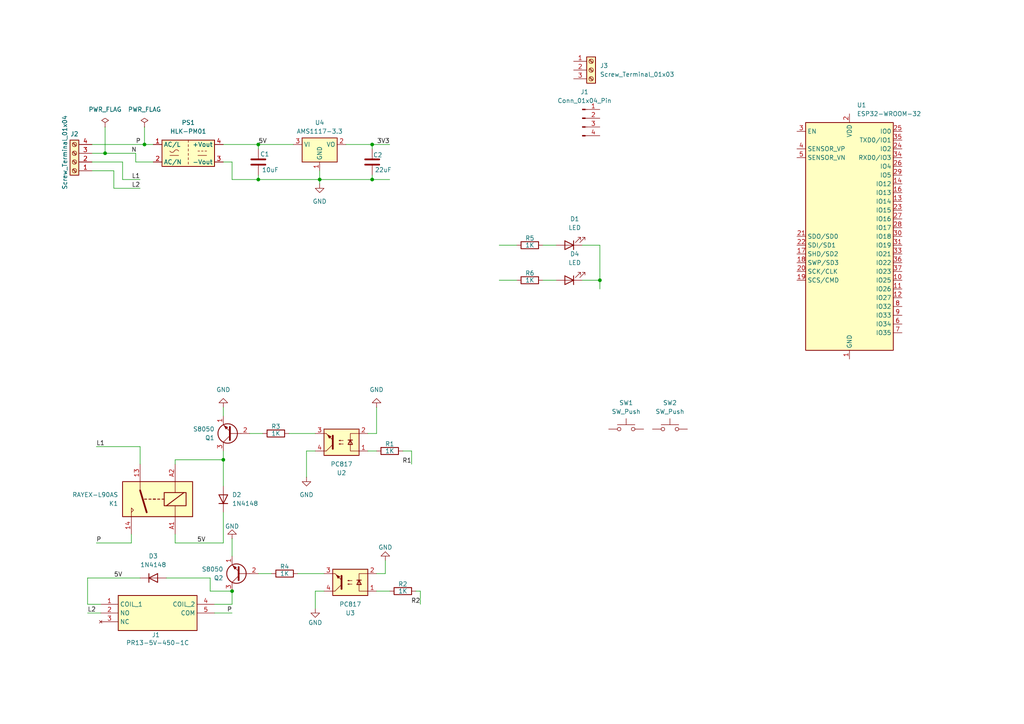
<source format=kicad_sch>
(kicad_sch (version 20250114) (generator "eeschema") (generator_version "9.0")
  (paper "A4")
  (lib_symbols
    (symbol "Connector:Conn_01x04_Pin" (pin_names (offset 1.016) (hide yes))
      (property "Reference" "J" (at 0 5.08 0))
      (property "Value" "Conn_01x04_Pin" (at 0 -7.62 0))
      (symbol "Conn_01x04_Pin_1_1"
        (rectangle (start 0.8636 2.667) (end 0 2.413) (stroke (width 0.1524)) (fill (type outline)))
        (rectangle (start 0.8636 0.127) (end 0 -0.127) (stroke (width 0.1524)) (fill (type outline)))
        (rectangle (start 0.8636 -2.413) (end 0 -2.667) (stroke (width 0.1524)) (fill (type outline)))
        (rectangle (start 0.8636 -4.953) (end 0 -5.207) (stroke (width 0.1524)) (fill (type outline)))
        (polyline (pts (xy 1.27 2.54) (xy 0.8636 2.54)) (stroke (width 0.1524)))
        (polyline (pts (xy 1.27 0) (xy 0.8636 0)) (stroke (width 0.1524)))
        (polyline (pts (xy 1.27 -2.54) (xy 0.8636 -2.54)) (stroke (width 0.1524)))
        (polyline (pts (xy 1.27 -5.08) (xy 0.8636 -5.08)) (stroke (width 0.1524)))
        (pin passive line (at 5.08 2.54 180) (length 3.81) (name "Pin_1") (number "1"))
        (pin passive line (at 5.08 0 180) (length 3.81) (name "Pin_2") (number "2"))
        (pin passive line (at 5.08 -2.54 180) (length 3.81) (name "Pin_3") (number "3"))
        (pin passive line (at 5.08 -5.08 180) (length 3.81) (name "Pin_4") (number "4"))
      )
    )
    (symbol "Connector:Screw_Terminal_01x03" (pin_names (offset 1.016) (hide yes))
      (property "Reference" "J" (at 0 5.08 0))
      (property "Value" "Screw_Terminal_01x03" (at 0 -5.08 0))
      (symbol "Screw_Terminal_01x03_1_1"
        (rectangle (start -1.27 3.81) (end 1.27 -3.81) (stroke (width 0.254)) (fill (type background)))
        (polyline (pts (xy -0.5334 2.8702) (xy 0.3302 2.032)) (stroke (width 0.1524)))
        (polyline (pts (xy -0.5334 0.3302) (xy 0.3302 -0.508)) (stroke (width 0.1524)))
        (polyline (pts (xy -0.5334 -2.2098) (xy 0.3302 -3.048)) (stroke (width 0.1524)))
        (polyline (pts (xy -0.3556 3.048) (xy 0.508 2.2098)) (stroke (width 0.1524)))
        (polyline (pts (xy -0.3556 0.508) (xy 0.508 -0.3302)) (stroke (width 0.1524)))
        (polyline (pts (xy -0.3556 -2.032) (xy 0.508 -2.8702)) (stroke (width 0.1524)))
        (circle (center 0 2.54) (radius 0.635) (stroke (width 0.1524)))
        (circle (center 0 0) (radius 0.635) (stroke (width 0.1524)))
        (circle (center 0 -2.54) (radius 0.635) (stroke (width 0.1524)))
        (pin passive line (at -5.08 2.54 0) (length 3.81) (name "Pin_1") (number "1"))
        (pin passive line (at -5.08 0 0) (length 3.81) (name "Pin_2") (number "2"))
        (pin passive line (at -5.08 -2.54 0) (length 3.81) (name "Pin_3") (number "3"))
      )
    )
    (symbol "Connector:Screw_Terminal_01x04" (pin_names (offset 1.016) (hide yes))
      (property "Reference" "J" (at 0 5.08 0))
      (property "Value" "Screw_Terminal_01x04" (at 0 -7.62 0))
      (symbol "Screw_Terminal_01x04_1_1"
        (rectangle (start -1.27 3.81) (end 1.27 -6.35) (stroke (width 0.254)) (fill (type background)))
        (polyline (pts (xy -0.5334 2.8702) (xy 0.3302 2.032)) (stroke (width 0.1524)))
        (polyline (pts (xy -0.5334 0.3302) (xy 0.3302 -0.508)) (stroke (width 0.1524)))
        (polyline (pts (xy -0.5334 -2.2098) (xy 0.3302 -3.048)) (stroke (width 0.1524)))
        (polyline (pts (xy -0.5334 -4.7498) (xy 0.3302 -5.588)) (stroke (width 0.1524)))
        (polyline (pts (xy -0.3556 3.048) (xy 0.508 2.2098)) (stroke (width 0.1524)))
        (polyline (pts (xy -0.3556 0.508) (xy 0.508 -0.3302)) (stroke (width 0.1524)))
        (polyline (pts (xy -0.3556 -2.032) (xy 0.508 -2.8702)) (stroke (width 0.1524)))
        (polyline (pts (xy -0.3556 -4.572) (xy 0.508 -5.4102)) (stroke (width 0.1524)))
        (circle (center 0 2.54) (radius 0.635) (stroke (width 0.1524)))
        (circle (center 0 0) (radius 0.635) (stroke (width 0.1524)))
        (circle (center 0 -2.54) (radius 0.635) (stroke (width 0.1524)))
        (circle (center 0 -5.08) (radius 0.635) (stroke (width 0.1524)))
        (pin passive line (at -5.08 2.54 0) (length 3.81) (name "Pin_1") (number "1"))
        (pin passive line (at -5.08 0 0) (length 3.81) (name "Pin_2") (number "2"))
        (pin passive line (at -5.08 -2.54 0) (length 3.81) (name "Pin_3") (number "3"))
        (pin passive line (at -5.08 -5.08 0) (length 3.81) (name "Pin_4") (number "4"))
      )
    )
    (symbol "Converter_ACDC:HLK-PM01"
      (property "Reference" "PS" (at 0 5.08 0))
      (property "Value" "HLK-PM01" (at 0 -5.08 0))
      (symbol "HLK-PM01_0_1"
        (rectangle (start -7.62 3.81) (end 7.62 -3.81) (stroke (width 0.254)) (fill (type background)))
        (polyline (pts (xy -5.334 -0.635) (xy -2.794 -0.635)))
        (arc (start -4.064 0.635) (mid -4.699 0.2495) (end -5.334 0.635))
        (arc (start -4.064 0.635) (mid -3.429 1.0072) (end -2.794 0.635))
        (polyline (pts (xy 0 3.81) (xy 0 3.175)))
        (polyline (pts (xy 0 2.54) (xy 0 1.905)))
        (polyline (pts (xy 0 1.27) (xy 0 0.635)))
        (polyline (pts (xy 0 0) (xy 0 -0.635)))
        (polyline (pts (xy 0 -1.27) (xy 0 -1.905)))
        (polyline (pts (xy 0 -2.54) (xy 0 -3.175)))
        (polyline (pts (xy 2.794 0.635) (xy 3.302 0.635)))
        (polyline (pts (xy 2.794 -0.635) (xy 5.334 -0.635)))
        (polyline (pts (xy 3.81 0.635) (xy 4.318 0.635)))
        (polyline (pts (xy 4.826 0.635) (xy 5.334 0.635)))
      )
      (symbol "HLK-PM01_1_1"
        (pin power_in line (at -10.16 2.54 0) (length 2.54) (name "AC/L") (number "1"))
        (pin power_in line (at -10.16 -2.54 0) (length 2.54) (name "AC/N") (number "2"))
        (pin power_out line (at 10.16 2.54 180) (length 2.54) (name "+Vout") (number "4"))
        (pin power_out line (at 10.16 -2.54 180) (length 2.54) (name "-Vout") (number "3"))
      )
    )
    (symbol "Device:C" (pin_numbers (hide yes)) (pin_names (offset 0.254))
      (property "Reference" "C" (at 0.635 2.54 0))
      (property "Value" "C" (at 0.635 -2.54 0))
      (symbol "C_0_1"
        (polyline (pts (xy -2.032 0.762) (xy 2.032 0.762)) (stroke (width 0.508)))
        (polyline (pts (xy -2.032 -0.762) (xy 2.032 -0.762)) (stroke (width 0.508)))
      )
      (symbol "C_1_1"
        (pin passive line (at 0 3.81 270) (length 2.794) (name "~") (number "1"))
        (pin passive line (at 0 -3.81 90) (length 2.794) (name "~") (number "2"))
      )
    )
    (symbol "Device:LED" (pin_numbers (hide yes)) (pin_names (offset 1.016) (hide yes))
      (property "Reference" "D" (at 0 2.54 0))
      (property "Value" "LED" (at 0 -2.54 0))
      (symbol "LED_0_1"
        (polyline (pts (xy -3.048 -0.762) (xy -4.572 -2.286) (xy -3.81 -2.286) (xy -4.572 -2.286) (xy -4.572 -1.524)))
        (polyline (pts (xy -1.778 -0.762) (xy -3.302 -2.286) (xy -2.54 -2.286) (xy -3.302 -2.286) (xy -3.302 -1.524)))
        (polyline (pts (xy -1.27 0) (xy 1.27 0)))
        (polyline (pts (xy -1.27 -1.27) (xy -1.27 1.27)) (stroke (width 0.254)))
        (polyline (pts (xy 1.27 -1.27) (xy 1.27 1.27) (xy -1.27 0) (xy 1.27 -1.27)) (stroke (width 0.254)))
      )
      (symbol "LED_1_1"
        (pin passive line (at -3.81 0 0) (length 2.54) (name "K") (number "1"))
        (pin passive line (at 3.81 0 180) (length 2.54) (name "A") (number "2"))
      )
    )
    (symbol "Device:R" (pin_numbers (hide yes)) (pin_names (offset 0))
      (property "Reference" "R" (at 2.032 0 90))
      (property "Value" "R" (at 0 0 90))
      (symbol "R_0_1"
        (rectangle (start -1.016 -2.54) (end 1.016 2.54) (stroke (width 0.254)))
      )
      (symbol "R_1_1"
        (pin passive line (at 0 3.81 270) (length 1.27) (name "~") (number "1"))
        (pin passive line (at 0 -3.81 90) (length 1.27) (name "~") (number "2"))
      )
    )
    (symbol "Diode:1N4148" (pin_numbers (hide yes)) (pin_names (hide yes))
      (property "Reference" "D" (at 0 2.54 0))
      (property "Value" "1N4148" (at 0 -2.54 0))
      (symbol "1N4148_0_1"
        (polyline (pts (xy -1.27 1.27) (xy -1.27 -1.27)) (stroke (width 0.254)))
        (polyline (pts (xy 1.27 1.27) (xy 1.27 -1.27) (xy -1.27 0) (xy 1.27 1.27)) (stroke (width 0.254)))
        (polyline (pts (xy 1.27 0) (xy -1.27 0)))
      )
      (symbol "1N4148_1_1"
        (pin passive line (at -3.81 0 0) (length 2.54) (name "K") (number "1"))
        (pin passive line (at 3.81 0 180) (length 2.54) (name "A") (number "2"))
      )
    )
    (symbol "Isolator:PC817" (pin_names (offset 1.016))
      (property "Reference" "U" (at -5.08 5.08 0))
      (property "Value" "PC817" (at 0 5.08 0))
      (symbol "PC817_0_1"
        (rectangle (start -5.08 3.81) (end 5.08 -3.81) (stroke (width 0.254)) (fill (type background)))
        (polyline (pts (xy -5.08 2.54) (xy -2.54 2.54) (xy -2.54 -0.635)))
        (polyline (pts (xy -3.175 -0.635) (xy -1.905 -0.635)) (stroke (width 0.254)))
        (polyline (pts (xy -2.54 -0.635) (xy -2.54 -2.54) (xy -5.08 -2.54)))
        (polyline (pts (xy -2.54 -0.635) (xy -3.175 0.635) (xy -1.905 0.635) (xy -2.54 -0.635)) (stroke (width 0.254)))
        (polyline (pts (xy -0.508 0.508) (xy 0.762 0.508) (xy 0.381 0.381) (xy 0.381 0.635) (xy 0.762 0.508)))
        (polyline (pts (xy -0.508 -0.508) (xy 0.762 -0.508) (xy 0.381 -0.635) (xy 0.381 -0.381) (xy 0.762 -0.508)))
        (polyline (pts (xy 2.54 1.905) (xy 2.54 -1.905) (xy 2.54 -1.905)) (stroke (width 0.508)))
        (polyline (pts (xy 2.54 0.635) (xy 4.445 2.54)))
        (polyline (pts (xy 3.048 -1.651) (xy 3.556 -1.143) (xy 4.064 -2.159) (xy 3.048 -1.651) (xy 3.048 -1.651)) (fill (type outline)))
        (polyline (pts (xy 4.445 2.54) (xy 5.08 2.54)))
        (polyline (pts (xy 4.445 -2.54) (xy 2.54 -0.635)) (fill (type outline)))
        (polyline (pts (xy 4.445 -2.54) (xy 5.08 -2.54)))
      )
      (symbol "PC817_1_1"
        (pin passive line (at -7.62 2.54 0) (length 2.54) (name "~") (number "1"))
        (pin passive line (at -7.62 -2.54 0) (length 2.54) (name "~") (number "2"))
        (pin passive line (at 7.62 2.54 180) (length 2.54) (name "~") (number "4"))
        (pin passive line (at 7.62 -2.54 180) (length 2.54) (name "~") (number "3"))
      )
    )
    (symbol "PR13-5V-450-1C:PR13-5V-450-1C"
      (property "Reference" "J" (at 29.21 7.62 0))
      (property "Value" "PR13-5V-450-1C" (at 29.21 5.08 0))
      (symbol "PR13-5V-450-1C_1_1"
        (rectangle (start 5.08 2.54) (end 27.94 -7.62) (stroke (width 0.254)) (fill (type background)))
        (pin passive line (at 0 0 0) (length 5.08) (name "COIL_1") (number "1"))
        (pin passive line (at 0 -2.54 0) (length 5.08) (name "NO") (number "2"))
        (pin no_connect line (at 0 -5.08 0) (length 5.08) (name "NC") (number "3"))
        (pin passive line (at 33.02 0 180) (length 5.08) (name "COIL_2") (number "4"))
        (pin passive line (at 33.02 -2.54 180) (length 5.08) (name "COM") (number "5"))
      )
    )
    (symbol "RF_Module:ESP32-WROOM-32"
      (property "Reference" "U" (at -12.7 34.29 0))
      (property "Value" "ESP32-WROOM-32" (at 1.27 34.29 0))
      (symbol "ESP32-WROOM-32_0_1"
        (rectangle (start -12.7 33.02) (end 12.7 -33.02) (stroke (width 0.254)) (fill (type background)))
      )
      (symbol "ESP32-WROOM-32_1_1"
        (pin input line (at -15.24 30.48 0) (length 2.54) (name "EN") (number "3"))
        (pin input line (at -15.24 25.4 0) (length 2.54) (name "SENSOR_VP") (number "4"))
        (pin input line (at -15.24 22.86 0) (length 2.54) (name "SENSOR_VN") (number "5"))
        (pin bidirectional line (at -15.24 0 0) (length 2.54) (name "SDO/SD0") (number "21"))
        (pin bidirectional line (at -15.24 -2.54 0) (length 2.54) (name "SDI/SD1") (number "22"))
        (pin bidirectional line (at -15.24 -5.08 0) (length 2.54) (name "SHD/SD2") (number "17"))
        (pin bidirectional line (at -15.24 -7.62 0) (length 2.54) (name "SWP/SD3") (number "18"))
        (pin bidirectional line (at -15.24 -10.16 0) (length 2.54) (name "SCK/CLK") (number "20"))
        (pin bidirectional line (at -15.24 -12.7 0) (length 2.54) (name "SCS/CMD") (number "19"))
        (pin no_connect line (at -12.7 -27.94 0) (length 2.54) (hide yes) (name "NC") (number "32"))
        (pin power_in line (at 0 35.56 270) (length 2.54) (name "VDD") (number "2"))
        (pin power_in line (at 0 -35.56 90) (length 2.54) (name "GND") (number "1"))
        (pin passive line (at 0 -35.56 90) (length 2.54) (hide yes) (name "GND") (number "15"))
        (pin passive line (at 0 -35.56 90) (length 2.54) (hide yes) (name "GND") (number "38"))
        (pin passive line (at 0 -35.56 90) (length 2.54) (hide yes) (name "GND") (number "39"))
        (pin bidirectional line (at 15.24 30.48 180) (length 2.54) (name "IO0") (number "25"))
        (pin bidirectional line (at 15.24 27.94 180) (length 2.54) (name "TXD0/IO1") (number "35"))
        (pin bidirectional line (at 15.24 25.4 180) (length 2.54) (name "IO2") (number "24"))
        (pin bidirectional line (at 15.24 22.86 180) (length 2.54) (name "RXD0/IO3") (number "34"))
        (pin bidirectional line (at 15.24 20.32 180) (length 2.54) (name "IO4") (number "26"))
        (pin bidirectional line (at 15.24 17.78 180) (length 2.54) (name "IO5") (number "29"))
        (pin bidirectional line (at 15.24 15.24 180) (length 2.54) (name "IO12") (number "14"))
        (pin bidirectional line (at 15.24 12.7 180) (length 2.54) (name "IO13") (number "16"))
        (pin bidirectional line (at 15.24 10.16 180) (length 2.54) (name "IO14") (number "13"))
        (pin bidirectional line (at 15.24 7.62 180) (length 2.54) (name "IO15") (number "23"))
        (pin bidirectional line (at 15.24 5.08 180) (length 2.54) (name "IO16") (number "27"))
        (pin bidirectional line (at 15.24 2.54 180) (length 2.54) (name "IO17") (number "28"))
        (pin bidirectional line (at 15.24 0 180) (length 2.54) (name "IO18") (number "30"))
        (pin bidirectional line (at 15.24 -2.54 180) (length 2.54) (name "IO19") (number "31"))
        (pin bidirectional line (at 15.24 -5.08 180) (length 2.54) (name "IO21") (number "33"))
        (pin bidirectional line (at 15.24 -7.62 180) (length 2.54) (name "IO22") (number "36"))
        (pin bidirectional line (at 15.24 -10.16 180) (length 2.54) (name "IO23") (number "37"))
        (pin bidirectional line (at 15.24 -12.7 180) (length 2.54) (name "IO25") (number "10"))
        (pin bidirectional line (at 15.24 -15.24 180) (length 2.54) (name "IO26") (number "11"))
        (pin bidirectional line (at 15.24 -17.78 180) (length 2.54) (name "IO27") (number "12"))
        (pin bidirectional line (at 15.24 -20.32 180) (length 2.54) (name "IO32") (number "8"))
        (pin bidirectional line (at 15.24 -22.86 180) (length 2.54) (name "IO33") (number "9"))
        (pin input line (at 15.24 -25.4 180) (length 2.54) (name "IO34") (number "6"))
        (pin input line (at 15.24 -27.94 180) (length 2.54) (name "IO35") (number "7"))
      )
    )
    (symbol "Regulator_Linear:AMS1117-3.3"
      (property "Reference" "U" (at -3.81 3.175 0))
      (property "Value" "AMS1117-3.3" (at 0 3.175 0))
      (symbol "AMS1117-3.3_0_1"
        (rectangle (start -5.08 -5.08) (end 5.08 1.905) (stroke (width 0.254)) (fill (type background)))
      )
      (symbol "AMS1117-3.3_1_1"
        (pin power_in line (at -7.62 0 0) (length 2.54) (name "VI") (number "3"))
        (pin power_in line (at 0 -7.62 90) (length 2.54) (name "GND") (number "1"))
        (pin power_out line (at 7.62 0 180) (length 2.54) (name "VO") (number "2"))
      )
    )
    (symbol "Relay:RAYEX-L90AS"
      (property "Reference" "K" (at 11.43 3.81 0))
      (property "Value" "RAYEX-L90AS" (at 11.43 1.27 0))
      (symbol "RAYEX-L90AS_1_0"
        (polyline (pts (xy 7.62 3.81) (xy 7.62 5.08)))
        (polyline (pts (xy 7.62 3.81) (xy 7.62 2.54) (xy 6.985 3.175) (xy 7.62 3.81)))
      )
      (symbol "RAYEX-L90AS_1_1"
        (rectangle (start -10.16 5.08) (end 10.16 -5.08) (stroke (width 0.254)) (fill (type background)))
        (rectangle (start -8.255 1.905) (end -1.905 -1.905) (stroke (width 0.254)))
        (polyline (pts (xy -7.62 -1.905) (xy -2.54 1.905)) (stroke (width 0.254)))
        (polyline (pts (xy -5.08 5.08) (xy -5.08 1.905)))
        (polyline (pts (xy -5.08 -5.08) (xy -5.08 -1.905)))
        (polyline (pts (xy -1.905 0) (xy -1.27 0)) (stroke (width 0.254)))
        (polyline (pts (xy -0.635 0) (xy 0 0)) (stroke (width 0.254)))
        (polyline (pts (xy 0.635 0) (xy 1.27 0)) (stroke (width 0.254)))
        (polyline (pts (xy 0.635 0) (xy 1.27 0)) (stroke (width 0.254)))
        (polyline (pts (xy 1.905 0) (xy 2.54 0)) (stroke (width 0.254)))
        (polyline (pts (xy 3.175 0) (xy 3.81 0)) (stroke (width 0.254)))
        (polyline (pts (xy 5.08 -2.54) (xy 3.175 3.81)) (stroke (width 0.508)))
        (polyline (pts (xy 5.08 -2.54) (xy 5.08 -5.08)))
        (pin passive line (at -5.08 10.16 270) (length 5.08) (name "~") (number "A1"))
        (pin passive line (at -5.08 -10.16 90) (length 5.08) (name "~") (number "A2"))
        (pin passive line (at 5.08 -10.16 90) (length 5.08) (name "~") (number "13"))
        (pin passive line (at 7.62 10.16 270) (length 5.08) (name "~") (number "14"))
      )
    )
    (symbol "Switch:SW_Push" (pin_numbers (hide yes)) (pin_names (offset 1.016) (hide yes))
      (property "Reference" "SW" (at 1.27 2.54 0))
      (property "Value" "SW_Push" (at 0 -1.524 0))
      (symbol "SW_Push_0_1"
        (circle (center -2.032 0) (radius 0.508))
        (polyline (pts (xy 0 1.27) (xy 0 3.048)))
        (circle (center 2.032 0) (radius 0.508))
        (polyline (pts (xy 2.54 1.27) (xy -2.54 1.27)))
        (pin passive line (at -5.08 0 0) (length 2.54) (name "1") (number "1"))
        (pin passive line (at 5.08 0 180) (length 2.54) (name "2") (number "2"))
      )
    )
    (symbol "Transistor_BJT:S8050" (pin_names (offset 0) (hide yes))
      (property "Reference" "Q" (at 5.08 1.905 0))
      (property "Value" "S8050" (at 5.08 0 0))
      (symbol "S8050_0_1"
        (polyline (pts (xy -2.54 0) (xy 0.635 0)))
        (polyline (pts (xy 0.635 1.905) (xy 0.635 -1.905)) (stroke (width 0.508)))
        (circle (center 1.27 0) (radius 2.8194) (stroke (width 0.254)))
      )
      (symbol "S8050_1_1"
        (polyline (pts (xy 0.635 0.635) (xy 2.54 2.54)))
        (polyline (pts (xy 0.635 -0.635) (xy 2.54 -2.54)))
        (polyline (pts (xy 1.27 -1.778) (xy 1.778 -1.27) (xy 2.286 -2.286) (xy 1.27 -1.778)) (fill (type outline)))
        (pin input line (at -5.08 0 0) (length 2.54) (name "B") (number "2"))
        (pin passive line (at 2.54 5.08 270) (length 2.54) (name "C") (number "3"))
        (pin passive line (at 2.54 -5.08 90) (length 2.54) (name "E") (number "1"))
      )
    )
    (symbol "power:GND" (power) (pin_numbers (hide yes)) (pin_names (offset 0) (hide yes))
      (property "Value" "GND" (at 0 -3.81 0))
      (symbol "GND_0_1"
        (polyline (pts (xy 0 0) (xy 0 -1.27) (xy 1.27 -1.27) (xy 0 -2.54) (xy -1.27 -1.27) (xy 0 -1.27)))
      )
      (symbol "GND_1_1"
        (pin power_in line (at 0 0 270) (length 0) (name "~") (number "1"))
      )
    )
    (symbol "power:PWR_FLAG" (power) (pin_numbers (hide yes)) (pin_names (offset 0) (hide yes))
      (property "Value" "PWR_FLAG" (at 0 3.81 0))
      (symbol "PWR_FLAG_0_0"
        (pin power_out line (at 0 0 90) (length 0) (name "~") (number "1"))
      )
      (symbol "PWR_FLAG_0_1"
        (polyline (pts (xy 0 0) (xy 0 1.27) (xy -1.016 1.905) (xy 0 2.54) (xy 1.016 1.905) (xy 0 1.27)))
      )
    )
  )
  (junction (at 107.95 41.91))
  (junction (at 64.77 133.35))
  (junction (at 173.99 81.28))
  (junction (at 30.48 44.45))
  (junction (at 74.93 52.07))
  (junction (at 92.71 52.07))
  (junction (at 74.93 41.91))
  (junction (at 107.95 52.07))
  (junction (at 41.91 41.91))
  (junction (at 67.31 171.45))
  (wire (pts (xy 88.9 130.81) (xy 88.9 138.43)))
  (wire (pts (xy 67.31 171.45) (xy 67.31 175.26)))
  (wire (pts (xy 48.26 167.64) (xy 60.96 167.64)))
  (wire (pts (xy 144.78 81.28) (xy 149.86 81.28)))
  (wire (pts (xy 93.98 171.45) (xy 91.44 171.45)))
  (wire (pts (xy 30.48 36.83) (xy 30.48 44.45)))
  (wire (pts (xy 106.68 130.81) (xy 109.22 130.81)))
  (wire (pts (xy 25.4 167.64) (xy 40.64 167.64)))
  (wire (pts (xy 157.48 71.12) (xy 161.29 71.12)))
  (wire (pts (xy 74.93 41.91) (xy 85.09 41.91)))
  (wire (pts (xy 107.95 52.07) (xy 92.71 52.07)))
  (wire (pts (xy 92.71 52.07) (xy 92.71 53.34)))
  (wire (pts (xy 86.36 166.37) (xy 93.98 166.37)))
  (wire (pts (xy 35.56 52.07) (xy 40.64 52.07)))
  (wire (pts (xy 26.67 41.91) (xy 41.91 41.91)))
  (wire (pts (xy 64.77 157.48) (xy 64.77 148.59)))
  (wire (pts (xy 74.93 52.07) (xy 74.93 50.8)))
  (wire (pts (xy 92.71 49.53) (xy 92.71 52.07)))
  (wire (pts (xy 25.4 175.26) (xy 25.4 167.64)))
  (wire (pts (xy 38.1 154.94) (xy 38.1 157.48)))
  (wire (pts (xy 106.68 125.73) (xy 109.22 125.73)))
  (wire (pts (xy 50.8 154.94) (xy 50.8 157.48)))
  (wire (pts (xy 91.44 171.45) (xy 91.44 176.53)))
  (wire (pts (xy 91.44 130.81) (xy 88.9 130.81)))
  (wire (pts (xy 67.31 175.26) (xy 62.23 175.26)))
  (wire (pts (xy 109.22 118.11) (xy 109.22 125.73)))
  (wire (pts (xy 72.39 125.73) (xy 76.2 125.73)))
  (wire (pts (xy 33.02 54.61) (xy 40.64 54.61)))
  (wire (pts (xy 74.93 41.91) (xy 74.93 43.18)))
  (wire (pts (xy 30.48 44.45) (xy 39.37 44.45)))
  (wire (pts (xy 60.96 171.45) (xy 67.31 171.45)))
  (wire (pts (xy 50.8 157.48) (xy 64.77 157.48)))
  (wire (pts (xy 91.44 125.73) (xy 83.82 125.73)))
  (wire (pts (xy 107.95 41.91) (xy 100.33 41.91)))
  (wire (pts (xy 64.77 133.35) (xy 64.77 140.97)))
  (wire (pts (xy 33.02 49.53) (xy 33.02 54.61)))
  (wire (pts (xy 26.67 46.99) (xy 35.56 46.99)))
  (wire (pts (xy 109.22 171.45) (xy 113.03 171.45)))
  (wire (pts (xy 111.76 162.56) (xy 111.76 166.37)))
  (wire (pts (xy 60.96 167.64) (xy 60.96 171.45)))
  (wire (pts (xy 109.22 166.37) (xy 111.76 166.37)))
  (wire (pts (xy 29.21 175.26) (xy 25.4 175.26)))
  (wire (pts (xy 120.65 171.45) (xy 121.92 171.45)))
  (wire (pts (xy 64.77 46.99) (xy 67.31 46.99)))
  (wire (pts (xy 39.37 44.45) (xy 39.37 46.99)))
  (wire (pts (xy 157.48 81.28) (xy 161.29 81.28)))
  (wire (pts (xy 27.94 157.48) (xy 38.1 157.48)))
  (wire (pts (xy 50.8 133.35) (xy 64.77 133.35)))
  (wire (pts (xy 173.99 71.12) (xy 173.99 81.28)))
  (wire (pts (xy 74.93 166.37) (xy 78.74 166.37)))
  (wire (pts (xy 107.95 41.91) (xy 113.03 41.91)))
  (wire (pts (xy 39.37 46.99) (xy 44.45 46.99)))
  (wire (pts (xy 67.31 52.07) (xy 74.93 52.07)))
  (wire (pts (xy 26.67 49.53) (xy 33.02 49.53)))
  (wire (pts (xy 64.77 130.81) (xy 64.77 133.35)))
  (wire (pts (xy 144.78 71.12) (xy 149.86 71.12)))
  (wire (pts (xy 107.95 50.8) (xy 107.95 52.07)))
  (wire (pts (xy 67.31 46.99) (xy 67.31 52.07)))
  (wire (pts (xy 116.84 130.81) (xy 119.38 130.81)))
  (wire (pts (xy 27.94 129.54) (xy 40.64 129.54)))
  (wire (pts (xy 35.56 46.99) (xy 35.56 52.07)))
  (wire (pts (xy 67.31 156.21) (xy 67.31 161.29)))
  (wire (pts (xy 41.91 41.91) (xy 44.45 41.91)))
  (wire (pts (xy 173.99 81.28) (xy 173.99 83.82)))
  (wire (pts (xy 64.77 41.91) (xy 74.93 41.91)))
  (wire (pts (xy 121.92 171.45) (xy 121.92 175.26)))
  (wire (pts (xy 107.95 43.18) (xy 107.95 41.91)))
  (wire (pts (xy 107.95 52.07) (xy 113.03 52.07)))
  (wire (pts (xy 62.23 177.8) (xy 67.31 177.8)))
  (wire (pts (xy 64.77 118.11) (xy 64.77 120.65)))
  (wire (pts (xy 41.91 36.83) (xy 41.91 41.91)))
  (wire (pts (xy 92.71 52.07) (xy 74.93 52.07)))
  (wire (pts (xy 25.4 177.8) (xy 29.21 177.8)))
  (wire (pts (xy 50.8 134.62) (xy 50.8 133.35)))
  (wire (pts (xy 168.91 81.28) (xy 173.99 81.28)))
  (wire (pts (xy 26.67 44.45) (xy 30.48 44.45)))
  (wire (pts (xy 40.64 134.62) (xy 40.64 129.54)))
  (wire (pts (xy 119.38 130.81) (xy 119.38 134.62)))
  (wire (pts (xy 168.91 71.12) (xy 173.99 71.12)))
  (label "L2" (at 40.64 54.61 180))
  (label "5V" (at 74.93 41.91 0))
  (label "5V" (at 33.02 167.64 0))
  (label "L1" (at 40.64 52.07 180))
  (label "3V3" (at 113.03 41.91 180))
  (label "5V" (at 57.15 157.48 0))
  (label "P" (at 67.31 177.8 180))
  (label "P" (at 39.37 41.91 0))
  (label "N" (at 38.1 44.45 0))
  (label "L2" (at 25.4 177.8 0))
  (label "R1" (at 119.38 134.62 180))
  (label "R2" (at 121.92 175.26 180))
  (label "L1" (at 27.94 129.54 0))
  (label "P" (at 27.94 157.48 0))
  (symbol (lib_id "Transistor_BJT:S8050") (at 67.31 125.73 180) (unit 1)
    (property "Reference" "Q1" (at 62.23 127.0001 0) (effects (justify left)))
    (property "Value" "S8050" (at 62.23 124.4601 0) (effects (justify left)))
    (property "Footprint" "Package_TO_SOT_THT:TO-92_Inline" (effects (hide yes)))
    (property "Datasheet" "http://www.unisonic.com.tw/datasheet/S8050.pdf" (effects (hide yes)))
    (property "Description" "0.7A Ic, 20V Vce, Low Voltage High Current NPN Transistor, TO-92" (effects (hide yes)))
  )
  (symbol (lib_id "power:GND") (at 109.22 118.11 180) (unit 1)
    (property "Reference" "#PWR03" (effects (hide yes)))
    (property "Value" "GND" (at 109.22 113.03 0))
    (property "Description" "Power symbol creates a global label with name \"GND\" , ground" (effects (hide yes)))
  )
  (symbol (lib_id "Relay:RAYEX-L90AS") (at 45.72 144.78 180) (unit 1)
    (property "Reference" "K1" (at 34.29 146.0501 0) (effects (justify left)))
    (property "Value" "RAYEX-L90AS" (at 34.29 143.5101 0) (effects (justify left)))
    (property "Footprint" "Relay_THT:Relay_SPST_RAYEX-L90AS" (effects (hide yes)))
    (property "Datasheet" "https://a3.sofastcdn.com/attachment/7jioKBjnRiiSrjrjknRiwS77gwbf3zmp/L90-SERIES.pdf" (effects (hide yes)))
    (property "Description" "Power relay, Without Common Terminal between coil terminals, NO, SPST, 30A" (effects (hide yes)))
  )
  (symbol (lib_id "Isolator:PC817") (at 99.06 128.27 180) (unit 1)
    (property "Reference" "U2" (at 99.06 137.16 0))
    (property "Value" "PC817" (at 99.06 134.62 0))
    (property "Footprint" "Package_DIP:DIP-4_W7.62mm" (effects (hide yes)))
    (property "Datasheet" "http://www.soselectronic.cz/a_info/resource/d/pc817.pdf" (effects (hide yes)))
    (property "Description" "DC Optocoupler, Vce 35V, CTR 50-300%, DIP-4" (effects (hide yes)))
  )
  (symbol (lib_id "Connector:Conn_01x04_Pin") (at 168.91 34.29 0) (unit 1)
    (property "Reference" "J1" (at 169.545 26.67 0))
    (property "Value" "Conn_01x04_Pin" (at 169.545 29.21 0))
    (property "Description" "Generic connector, single row, 01x04, script generated" (effects (hide yes)))
  )
  (symbol (lib_id "Switch:SW_Push") (at 181.61 124.46 0) (unit 1)
    (property "Reference" "SW1" (at 181.61 116.84 0))
    (property "Value" "SW_Push" (at 181.61 119.38 0))
    (property "Description" "Push button switch, generic, two pins" (effects (hide yes)))
  )
  (symbol (lib_id "Diode:1N4148") (at 44.45 167.64 0) (unit 1)
    (property "Reference" "D3" (at 44.45 161.29 0))
    (property "Value" "1N4148" (at 44.45 163.83 0))
    (property "Footprint" "Diode_THT:D_DO-35_SOD27_P7.62mm_Horizontal" (effects (hide yes)))
    (property "Datasheet" "https://assets.nexperia.com/documents/data-sheet/1N4148_1N4448.pdf" (effects (hide yes)))
    (property "Description" "100V 0.15A standard switching diode, DO-35" (effects (hide yes)))
    (property "Sim.Device" "D" (effects (hide yes)))
    (property "Sim.Pins" "1=K 2=A" (effects (hide yes)))
  )
  (symbol (lib_id "Device:LED") (at 165.1 71.12 180) (unit 1)
    (property "Reference" "D1" (at 166.6875 63.5 0))
    (property "Value" "LED" (at 166.6875 66.04 0))
    (property "Description" "Light emitting diode" (effects (hide yes)))
    (property "Sim.Pins" "1=K 2=A" (effects (hide yes)))
  )
  (symbol (lib_id "power:GND") (at 92.71 53.34 0) (unit 1)
    (property "Reference" "#PWR01" (effects (hide yes)))
    (property "Value" "GND" (at 92.71 58.42 0))
    (property "Description" "Power symbol creates a global label with name \"GND\" , ground" (effects (hide yes)))
  )
  (symbol (lib_id "Regulator_Linear:AMS1117-3.3") (at 92.71 41.91 0) (unit 1)
    (property "Reference" "U4" (at 92.71 35.56 0))
    (property "Value" "AMS1117-3.3" (at 92.71 38.1 0))
    (property "Footprint" "Package_TO_SOT_SMD:SOT-223-3_TabPin2" (effects (hide yes)))
    (property "Datasheet" "http://www.advanced-monolithic.com/pdf/ds1117.pdf" (effects (hide yes)))
    (property "Description" "1A Low Dropout regulator, positive, 3.3V fixed output, SOT-223" (effects (hide yes)))
  )
  (symbol (lib_id "Switch:SW_Push") (at 194.31 124.46 0) (unit 1)
    (property "Reference" "SW2" (at 194.31 116.84 0))
    (property "Value" "SW_Push" (at 194.31 119.38 0))
    (property "Description" "Push button switch, generic, two pins" (effects (hide yes)))
  )
  (symbol (lib_id "Transistor_BJT:S8050") (at 69.85 166.37 180) (unit 1)
    (property "Reference" "Q2" (at 64.77 167.6401 0) (effects (justify left)))
    (property "Value" "S8050" (at 64.77 165.1001 0) (effects (justify left)))
    (property "Footprint" "Package_TO_SOT_THT:TO-92_Inline" (effects (hide yes)))
    (property "Datasheet" "http://www.unisonic.com.tw/datasheet/S8050.pdf" (effects (hide yes)))
    (property "Description" "0.7A Ic, 20V Vce, Low Voltage High Current NPN Transistor, TO-92" (effects (hide yes)))
  )
  (symbol (lib_id "Device:R") (at 153.67 71.12 90) (unit 1)
    (property "Reference" "R5" (at 153.67 69.088 90))
    (property "Value" "1K" (at 153.67 71.12 90))
    (property "Description" "Resistor" (effects (hide yes)))
  )
  (symbol (lib_id "power:GND") (at 67.31 156.21 180) (unit 1)
    (property "Reference" "#PWR07" (effects (hide yes)))
    (property "Value" "GND" (at 67.31 152.654 0))
    (property "Description" "Power symbol creates a global label with name \"GND\" , ground" (effects (hide yes)))
  )
  (symbol (lib_id "power:GND") (at 88.9 138.43 0) (unit 1)
    (property "Reference" "#PWR02" (effects (hide yes)))
    (property "Value" "GND" (at 88.9 143.51 0))
    (property "Description" "Power symbol creates a global label with name \"GND\" , ground" (effects (hide yes)))
  )
  (symbol (lib_id "Device:R") (at 80.01 125.73 90) (unit 1)
    (property "Reference" "R3" (at 80.01 123.698 90))
    (property "Value" "1K" (at 80.01 125.73 90))
    (property "Description" "Resistor" (effects (hide yes)))
  )
  (symbol (lib_id "Diode:1N4148") (at 64.77 144.78 90) (unit 1)
    (property "Reference" "D2" (at 67.31 143.5099 90) (effects (justify right)))
    (property "Value" "1N4148" (at 67.31 146.0499 90) (effects (justify right)))
    (property "Footprint" "Diode_THT:D_DO-35_SOD27_P7.62mm_Horizontal" (effects (hide yes)))
    (property "Datasheet" "https://assets.nexperia.com/documents/data-sheet/1N4148_1N4448.pdf" (effects (hide yes)))
    (property "Description" "100V 0.15A standard switching diode, DO-35" (effects (hide yes)))
    (property "Sim.Device" "D" (effects (hide yes)))
    (property "Sim.Pins" "1=K 2=A" (effects (hide yes)))
  )
  (symbol (lib_id "Isolator:PC817") (at 101.6 168.91 180) (unit 1)
    (property "Reference" "U3" (at 101.6 177.8 0))
    (property "Value" "PC817" (at 101.6 175.26 0))
    (property "Footprint" "Package_DIP:DIP-4_W7.62mm" (effects (hide yes)))
    (property "Datasheet" "http://www.soselectronic.cz/a_info/resource/d/pc817.pdf" (effects (hide yes)))
    (property "Description" "DC Optocoupler, Vce 35V, CTR 50-300%, DIP-4" (effects (hide yes)))
  )
  (symbol (lib_id "Converter_ACDC:HLK-PM01") (at 54.61 44.45 0) (unit 1)
    (property "Reference" "PS1" (at 54.61 35.56 0))
    (property "Value" "HLK-PM01" (at 54.61 38.1 0))
    (property "Footprint" "Converter_ACDC:Converter_ACDC_Hi-Link_HLK-PMxx" (effects (hide yes)))
    (property "Datasheet" "https://h.hlktech.com/download/ACDC%E7%94%B5%E6%BA%90%E6%A8%A1%E5%9D%973W%E7%B3%BB%E5%88%97/1/%E6%B5%B7%E5%87%8C%E7%A7%913W%E7%B3%BB%E5%88%97%E7%94%B5%E6%BA%90%E6%A8%A1%E5%9D%97%E8%A7%84%E6%A0%BC%E4%B9%A6V2.8.pdf" (effects (hide yes)))
    (property "Description" "Compact AC/DC board mount power module 3W 5V" (effects (hide yes)))
  )
  (symbol (lib_id "Device:C") (at 74.93 46.99 0) (unit 1)
    (property "Reference" "C1" (at 75.438 44.704 0) (effects (justify left)))
    (property "Value" "10uF" (at 75.946 49.276 0) (effects (justify left)))
    (property "Description" "Unpolarized capacitor" (effects (hide yes)))
  )
  (symbol (lib_id "power:GND") (at 64.77 118.11 180) (unit 1)
    (property "Reference" "#PWR04" (effects (hide yes)))
    (property "Value" "GND" (at 64.77 113.03 0))
    (property "Description" "Power symbol creates a global label with name \"GND\" , ground" (effects (hide yes)))
  )
  (symbol (lib_id "Device:C") (at 107.95 46.99 0) (unit 1)
    (property "Reference" "C2" (at 108.204 44.958 0) (effects (justify left)))
    (property "Value" "22uF" (at 108.712 49.276 0) (effects (justify left)))
    (property "Description" "Unpolarized capacitor" (effects (hide yes)))
  )
  (symbol (lib_id "Device:R") (at 116.84 171.45 90) (unit 1)
    (property "Reference" "R2" (at 116.84 169.418 90))
    (property "Value" "1K" (at 116.84 171.45 90))
    (property "Description" "Resistor" (effects (hide yes)))
  )
  (symbol (lib_id "power:GND") (at 111.76 162.56 180) (unit 1)
    (property "Reference" "#PWR06" (effects (hide yes)))
    (property "Value" "GND" (at 111.76 158.75 0))
    (property "Description" "Power symbol creates a global label with name \"GND\" , ground" (effects (hide yes)))
  )
  (symbol (lib_id "PR13-5V-450-1C:PR13-5V-450-1C") (at 29.21 175.26 0) (unit 1)
    (property "Reference" "J1" (at 45.212 184.15 0))
    (property "Value" "PR13-5V-450-1C" (at 45.72 186.436 0))
    (property "Footprint" "PR135V4501C" (effects (hide yes)))
    (property "Datasheet" "https://www.sameskydevices.com/product/resource/pr13.pdf" (effects (hide yes)))
    (property "Description" "19 x 15.5 x 15.8 mm, 5 V, 10 A, SPDT (1 Form C), Power Relay" (effects (hide yes)))
    (property "Height" "16.1" (effects (hide yes)))
    (property "Manufacturer_Name" "Same Sky" (effects (hide yes)))
    (property "Manufacturer_Part_Number" "PR13-5V-450-1C" (effects (hide yes)))
    (property "Mouser Part Number" "179-PR13-5V-450-1C" (effects (hide yes)))
    (property "Mouser Price/Stock" "https://www.mouser.co.uk/ProductDetail/CUI-Devices/PR13-5V-450-1C?qs=T%252BzbugeAwjjEdhOl%2F9q49A%3D%3D" (effects (hide yes)))
    (property "Arrow Part Number" "PR13-5V-450-1C" (effects (hide yes)))
    (property "Arrow Price/Stock" "https://www.arrow.com/en/products/pr13-5v-450-1c/cui-devices?region=nac" (effects (hide yes)))
  )
  (symbol (lib_id "Device:LED") (at 165.1 81.28 180) (unit 1)
    (property "Reference" "D4" (at 166.6875 73.66 0))
    (property "Value" "LED" (at 166.6875 76.2 0))
    (property "Description" "Light emitting diode" (effects (hide yes)))
    (property "Sim.Pins" "1=K 2=A" (effects (hide yes)))
  )
  (symbol (lib_id "Connector:Screw_Terminal_01x04") (at 21.59 46.99 180) (unit 1)
    (property "Reference" "J2" (at 21.59 38.862 0))
    (property "Value" "Screw_Terminal_01x04" (at 18.796 44.196 90))
    (property "Description" "Generic screw terminal, single row, 01x04, script generated (kicad-library-utils/schlib/autogen/connector/)" (effects (hide yes)))
  )
  (symbol (lib_id "Connector:Screw_Terminal_01x03") (at 171.45 20.32 0) (unit 1)
    (property "Reference" "J3" (at 173.99 19.0499 0) (effects (justify left)))
    (property "Value" "Screw_Terminal_01x03" (at 173.99 21.5899 0) (effects (justify left)))
    (property "Description" "Generic screw terminal, single row, 01x03, script generated (kicad-library-utils/schlib/autogen/connector/)" (effects (hide yes)))
  )
  (symbol (lib_id "Device:R") (at 153.67 81.28 90) (unit 1)
    (property "Reference" "R6" (at 153.67 79.248 90))
    (property "Value" "1K" (at 153.67 81.28 90))
    (property "Description" "Resistor" (effects (hide yes)))
  )
  (symbol (lib_id "power:GND") (at 91.44 176.53 0) (unit 1)
    (property "Reference" "#PWR05" (effects (hide yes)))
    (property "Value" "GND" (at 91.44 180.594 0))
    (property "Description" "Power symbol creates a global label with name \"GND\" , ground" (effects (hide yes)))
  )
  (symbol (lib_id "power:PWR_FLAG") (at 30.48 36.83 0) (unit 1)
    (property "Reference" "#FLG01" (effects (hide yes)))
    (property "Value" "PWR_FLAG" (at 30.48 31.75 0))
    (property "Description" "Special symbol for telling ERC where power comes from" (effects (hide yes)))
  )
  (symbol (lib_id "Device:R") (at 82.55 166.37 90) (unit 1)
    (property "Reference" "R4" (at 82.55 164.338 90))
    (property "Value" "1K" (at 82.55 166.37 90))
    (property "Description" "Resistor" (effects (hide yes)))
  )
  (symbol (lib_id "Device:R") (at 113.03 130.81 90) (unit 1)
    (property "Reference" "R1" (at 113.03 128.778 90))
    (property "Value" "1K" (at 113.03 130.81 90))
    (property "Description" "Resistor" (effects (hide yes)))
  )
  (symbol (lib_id "power:PWR_FLAG") (at 41.91 36.83 0) (unit 1)
    (property "Reference" "#FLG02" (effects (hide yes)))
    (property "Value" "PWR_FLAG" (at 41.91 31.75 0))
    (property "Description" "Special symbol for telling ERC where power comes from" (effects (hide yes)))
  )
  (symbol (lib_id "RF_Module:ESP32-WROOM-32") (at 246.38 68.58 0) (unit 1)
    (property "Reference" "U1" (at 248.5233 30.48 0) (effects (justify left)))
    (property "Value" "ESP32-WROOM-32" (at 248.5233 33.02 0) (effects (justify left)))
    (property "Footprint" "RF_Module:ESP32-WROOM-32" (effects (hide yes)))
    (property "Datasheet" "https://www.espressif.com/sites/default/files/documentation/esp32-wroom-32_datasheet_en.pdf" (effects (hide yes)))
    (property "Description" "RF Module, ESP32-D0WDQ6 SoC, Wi-Fi 802.11b/g/n, Bluetooth, BLE, 32-bit, 2.7-3.6V, onboard antenna, SMD" (effects (hide yes)))
  )
)
</source>
